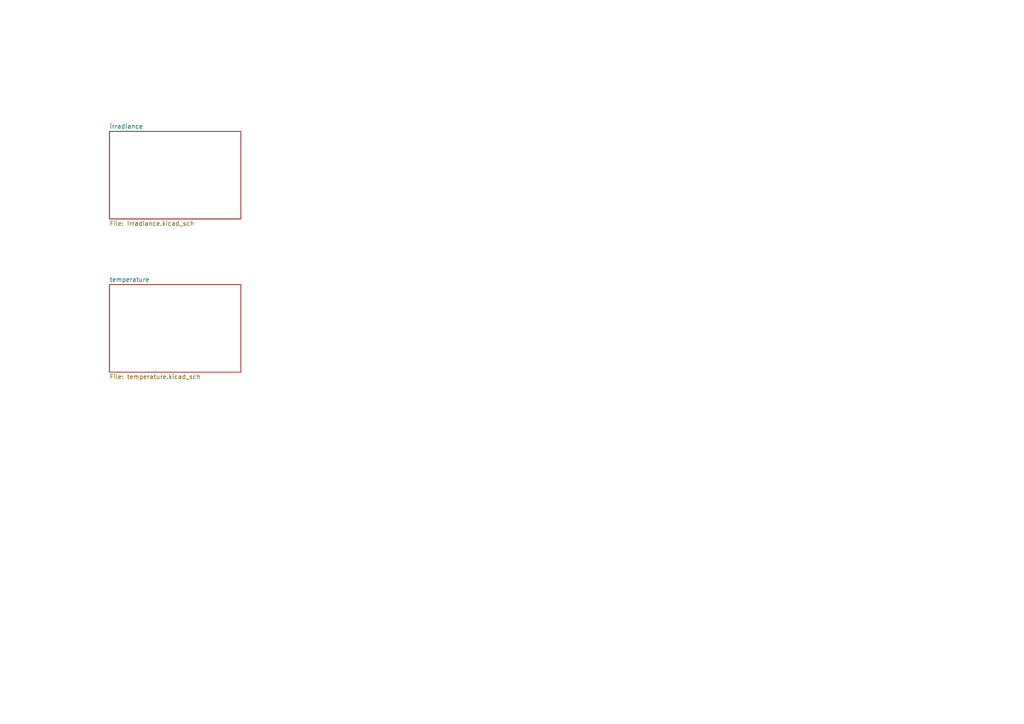
<source format=kicad_sch>
(kicad_sch
	(version 20231120)
	(generator "eeschema")
	(generator_version "8.0")
	(uuid "15ea72e6-1a84-45bd-8e41-b7984e09a4da")
	(paper "A4")
	(lib_symbols)
	(sheet
		(at 31.75 82.55)
		(size 38.1 25.4)
		(fields_autoplaced yes)
		(stroke
			(width 0.1524)
			(type solid)
		)
		(fill
			(color 0 0 0 0.0000)
		)
		(uuid "10be3fef-40ae-4b25-9ee2-2c4996d0dc23")
		(property "Sheetname" "temperature"
			(at 31.75 81.8384 0)
			(effects
				(font
					(size 1.27 1.27)
				)
				(justify left bottom)
			)
		)
		(property "Sheetfile" "temperature.kicad_sch"
			(at 31.75 108.5346 0)
			(effects
				(font
					(size 1.27 1.27)
				)
				(justify left top)
			)
		)
		(instances
			(project "blackbody_c"
				(path "/15ea72e6-1a84-45bd-8e41-b7984e09a4da"
					(page "3")
				)
			)
		)
	)
	(sheet
		(at 31.75 38.1)
		(size 38.1 25.4)
		(fields_autoplaced yes)
		(stroke
			(width 0.1524)
			(type solid)
		)
		(fill
			(color 0 0 0 0.0000)
		)
		(uuid "ddefad2e-848c-4145-b4aa-774f2135e64c")
		(property "Sheetname" "irradiance"
			(at 31.75 37.3884 0)
			(effects
				(font
					(size 1.27 1.27)
				)
				(justify left bottom)
			)
		)
		(property "Sheetfile" "irradiance.kicad_sch"
			(at 31.75 64.0846 0)
			(effects
				(font
					(size 1.27 1.27)
				)
				(justify left top)
			)
		)
		(instances
			(project "blackbody_c"
				(path "/15ea72e6-1a84-45bd-8e41-b7984e09a4da"
					(page "2")
				)
			)
		)
	)
	(sheet_instances
		(path "/"
			(page "1")
		)
	)
)

</source>
